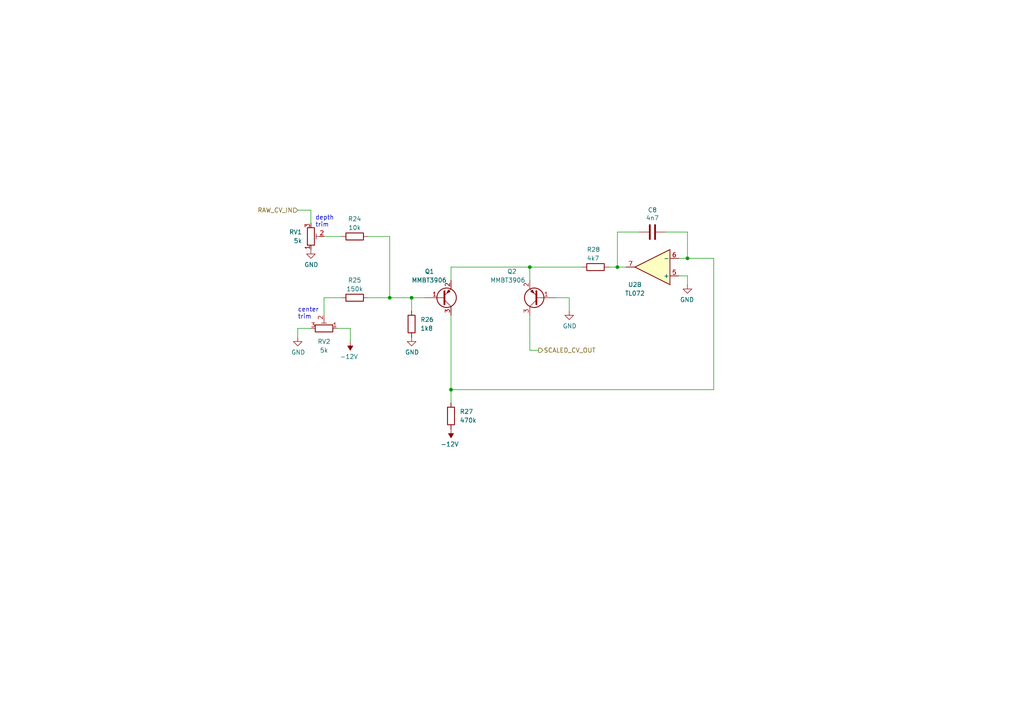
<source format=kicad_sch>
(kicad_sch (version 20211123) (generator eeschema)
  (paper "A4")
  (title_block (title "Late MS20 VCF plug-in board") (date "2022-07-29") (rev "0.1") (comment 1 "creativecommons.org/licenses/by/4.0/") (comment 2 "License: CC by 4.0") (comment 3 "Author: Jordan Aceto"))
  (lib_symbols
    (symbol "Amplifier_Operational:TL072" (pin_names (offset 0.127))
      (property "Reference" "U" (at 0 5.08 0))
      (property "Value" "TL072" (at 0 -5.08 0))
      (symbol "TL072_1_1"
        (polyline (pts (xy -5.08 5.08) (xy 5.08 0) (xy -5.08 -5.08) (xy -5.08 5.08)) (stroke (width 0.254)) (fill (type background)))
        (pin output line (at 7.62 0 180) (length 2.54) (name "~") (number "1"))
        (pin input line (at -7.62 -2.54 0) (length 2.54) (name "-") (number "2"))
        (pin input line (at -7.62 2.54 0) (length 2.54) (name "+") (number "3"))
      )
      (symbol "TL072_2_1"
        (polyline (pts (xy -5.08 5.08) (xy 5.08 0) (xy -5.08 -5.08) (xy -5.08 5.08)) (stroke (width 0.254)) (fill (type background)))
        (pin input line (at -7.62 2.54 0) (length 2.54) (name "+") (number "5"))
        (pin input line (at -7.62 -2.54 0) (length 2.54) (name "-") (number "6"))
        (pin output line (at 7.62 0 180) (length 2.54) (name "~") (number "7"))
      )
      (symbol "TL072_3_1"
        (pin power_in line (at -2.54 -7.62 90) (length 3.81) (name "V-") (number "4"))
        (pin power_in line (at -2.54 7.62 270) (length 3.81) (name "V+") (number "8"))
      )
    )
    (symbol "Device:C" (pin_numbers hide) (pin_names (offset 0.254))
      (property "Reference" "C" (at 0.635 2.54 0))
      (property "Value" "C" (at 0.635 -2.54 0))
      (symbol "C_0_1"
        (polyline (pts (xy -2.032 -0.762) (xy 2.032 -0.762)) (stroke (width 0.508)))
        (polyline (pts (xy -2.032 0.762) (xy 2.032 0.762)) (stroke (width 0.508)))
      )
      (symbol "C_1_1"
        (pin passive line (at 0 3.81 270) (length 2.794) (name "~") (number "1"))
        (pin passive line (at 0 -3.81 90) (length 2.794) (name "~") (number "2"))
      )
    )
    (symbol "Device:R" (pin_numbers hide) (pin_names (offset 0))
      (property "Reference" "R" (at 2.032 0 90))
      (property "Value" "R" (at 0 0 90))
      (symbol "R_0_1"
        (rectangle (start -1.016 -2.54) (end 1.016 2.54) (stroke (width 0.254)))
      )
      (symbol "R_1_1"
        (pin passive line (at 0 3.81 270) (length 1.27) (name "~") (number "1"))
        (pin passive line (at 0 -3.81 90) (length 1.27) (name "~") (number "2"))
      )
    )
    (symbol "Device:R_Potentiometer_Trim" (pin_names (offset 1.016) hide)
      (property "Reference" "RV" (at -4.445 0 90))
      (property "Value" "R_Potentiometer_Trim" (at -2.54 0 90))
      (symbol "R_Potentiometer_Trim_0_1"
        (polyline (pts (xy 1.524 0.762) (xy 1.524 -0.762)))
        (polyline (pts (xy 2.54 0) (xy 1.524 0)))
        (rectangle (start 1.016 2.54) (end -1.016 -2.54) (stroke (width 0.254)))
      )
      (symbol "R_Potentiometer_Trim_1_1"
        (pin passive line (at 0 3.81 270) (length 1.27) (name "1") (number "1"))
        (pin passive line (at 3.81 0 180) (length 1.27) (name "2") (number "2"))
        (pin passive line (at 0 -3.81 90) (length 1.27) (name "3") (number "3"))
      )
    )
    (symbol "Transistor_BJT:MMBT3906" (pin_names (offset 0) hide)
      (property "Reference" "Q" (at 5.08 1.905 0))
      (property "Value" "MMBT3906" (at 5.08 0 0))
      (symbol "MMBT3906_0_1"
        (polyline (pts (xy 0.635 0.635) (xy 2.54 2.54)))
        (polyline (pts (xy 0.635 -0.635) (xy 2.54 -2.54) (xy 2.54 -2.54)))
        (polyline (pts (xy 0.635 1.905) (xy 0.635 -1.905) (xy 0.635 -1.905)) (stroke (width 0.508)))
        (polyline (pts (xy 2.286 -1.778) (xy 1.778 -2.286) (xy 1.27 -1.27) (xy 2.286 -1.778) (xy 2.286 -1.778)) (fill (type outline)))
        (circle (center 1.27 0) (radius 2.8194) (stroke (width 0.254)))
      )
      (symbol "MMBT3906_1_1"
        (pin input line (at -5.08 0 0) (length 5.715) (name "B") (number "1"))
        (pin passive line (at 2.54 -5.08 90) (length 2.54) (name "E") (number "2"))
        (pin passive line (at 2.54 5.08 270) (length 2.54) (name "C") (number "3"))
      )
    )
    (symbol "power:-12V" (power) (pin_names (offset 0))
      (property "Value" "-12V" (at 0 3.81 0))
      (symbol "-12V_0_0"
        (pin power_in line (at 0 0 90) (length 0) hide (name "-12V") (number "1"))
      )
      (symbol "-12V_0_1"
        (polyline (pts (xy 0 0) (xy 0 1.27) (xy 0.762 1.27) (xy 0 2.54) (xy -0.762 1.27) (xy 0 1.27)) (fill (type outline)))
      )
    )
    (symbol "power:GND" (power) (pin_names (offset 0))
      (property "Value" "GND" (at 0 -3.81 0))
      (symbol "GND_0_1"
        (polyline (pts (xy 0 0) (xy 0 -1.27) (xy 1.27 -1.27) (xy 0 -2.54) (xy -1.27 -1.27) (xy 0 -1.27)))
      )
      (symbol "GND_1_1"
        (pin power_in line (at 0 0 270) (length 0) hide (name "GND") (number "1"))
      )
    )
  )
  (junction (at 130.81 113.03))
  (junction (at 179.07 77.47))
  (junction (at 199.39 74.93))
  (junction (at 119.38 86.36))
  (junction (at 153.67 77.47))
  (junction (at 113.03 86.36))
  (wire (pts (xy 179.07 77.47) (xy 179.07 67.31)))
  (wire (pts (xy 93.98 86.36) (xy 99.06 86.36)))
  (wire (pts (xy 196.85 74.93) (xy 199.39 74.93)))
  (wire (pts (xy 153.67 77.47) (xy 130.81 77.47)))
  (wire (pts (xy 86.36 97.79) (xy 86.36 95.25)))
  (wire (pts (xy 93.98 68.58) (xy 99.06 68.58)))
  (wire (pts (xy 165.1 90.17) (xy 165.1 86.36)))
  (wire (pts (xy 113.03 86.36) (xy 113.03 68.58)))
  (wire (pts (xy 207.01 113.03) (xy 207.01 74.93)))
  (wire (pts (xy 130.81 113.03) (xy 130.81 116.84)))
  (wire (pts (xy 113.03 86.36) (xy 119.38 86.36)))
  (wire (pts (xy 153.67 101.6) (xy 153.67 91.44)))
  (wire (pts (xy 130.81 77.47) (xy 130.81 81.28)))
  (wire (pts (xy 168.91 77.47) (xy 153.67 77.47)))
  (wire (pts (xy 101.6 99.06) (xy 101.6 95.25)))
  (wire (pts (xy 179.07 67.31) (xy 185.42 67.31)))
  (wire (pts (xy 153.67 81.28) (xy 153.67 77.47)))
  (wire (pts (xy 119.38 86.36) (xy 123.19 86.36)))
  (wire (pts (xy 199.39 67.31) (xy 199.39 74.93)))
  (wire (pts (xy 86.36 95.25) (xy 90.17 95.25)))
  (wire (pts (xy 199.39 74.93) (xy 207.01 74.93)))
  (wire (pts (xy 199.39 82.55) (xy 199.39 80.01)))
  (wire (pts (xy 130.81 91.44) (xy 130.81 113.03)))
  (wire (pts (xy 199.39 80.01) (xy 196.85 80.01)))
  (wire (pts (xy 93.98 91.44) (xy 93.98 86.36)))
  (wire (pts (xy 130.81 113.03) (xy 207.01 113.03)))
  (wire (pts (xy 101.6 95.25) (xy 97.79 95.25)))
  (wire (pts (xy 181.61 77.47) (xy 179.07 77.47)))
  (wire (pts (xy 165.1 86.36) (xy 161.29 86.36)))
  (wire (pts (xy 90.17 64.77) (xy 90.17 60.96)))
  (wire (pts (xy 119.38 90.17) (xy 119.38 86.36)))
  (wire (pts (xy 153.67 101.6) (xy 156.21 101.6)))
  (wire (pts (xy 193.04 67.31) (xy 199.39 67.31)))
  (wire (pts (xy 106.68 86.36) (xy 113.03 86.36)))
  (wire (pts (xy 113.03 68.58) (xy 106.68 68.58)))
  (wire (pts (xy 90.17 60.96) (xy 86.36 60.96)))
  (wire (pts (xy 179.07 77.47) (xy 176.53 77.47)))
  (text "center\ntrim" (at 86.36 92.71 0) (effects (font (size 1.27 1.27)) (justify left bottom)))
  (text "depth\ntrim" (at 91.44 66.04 0) (effects (font (size 1.27 1.27)) (justify left bottom)))
  (hierarchical_label "RAW_CV_IN" (shape input) (at 86.36 60.96 180))
  (hierarchical_label "SCALED_CV_OUT" (shape output) (at 156.21 101.6 0))
  (symbol (lib_id "Device:C") (at 189.23 67.31 90) (mirror x) (unit 1)
    (property "Reference" "C8" (at 189.23 60.9092 90))
    (property "Value" "4n7" (at 189.23 63.2206 90))
    (property "Footprint" "Capacitor_SMD:C_0603_1608Metric" (effects hide))
  )
  (symbol (lib_id "power:GND") (at 199.39 82.55 0) (mirror y) (unit 1)
    (property "Reference" "#PWR028" (effects hide))
    (property "Value" "GND" (at 199.263 86.9442 0))
  )
  (symbol (lib_id "Device:R") (at 130.81 120.65 0) (unit 1)
    (property "Reference" "R27" (at 133.35 119.38 0) (effects (justify left)))
    (property "Value" "470k" (at 133.35 121.92 0) (effects (justify left)))
    (property "Footprint" "Resistor_SMD:R_0603_1608Metric" (effects hide))
  )
  (symbol (lib_id "Device:R") (at 119.38 93.98 0) (unit 1)
    (property "Reference" "R26" (at 121.92 92.71 0) (effects (justify left)))
    (property "Value" "1k8" (at 121.92 95.25 0) (effects (justify left)))
    (property "Footprint" "Resistor_SMD:R_0603_1608Metric" (effects hide))
  )
  (symbol (lib_id "power:GND") (at 119.38 97.79 0) (unit 1)
    (property "Reference" "#PWR025" (effects hide))
    (property "Value" "GND" (at 119.507 102.1842 0))
  )
  (symbol (lib_id "power:-12V") (at 130.81 124.46 180) (unit 1)
    (property "Reference" "#PWR026" (effects hide))
    (property "Value" "-12V" (at 130.429 128.8542 0))
  )
  (symbol (lib_id "power:GND") (at 165.1 90.17 0) (unit 1)
    (property "Reference" "#PWR027" (effects hide))
    (property "Value" "GND" (at 165.227 94.5642 0))
  )
  (symbol (lib_id "Device:R") (at 172.72 77.47 270) (unit 1)
    (property "Reference" "R28" (at 170.18 72.39 90) (effects (justify left)))
    (property "Value" "4k7" (at 170.18 74.93 90) (effects (justify left)))
    (property "Footprint" "Resistor_SMD:R_0603_1608Metric" (effects hide))
  )
  (symbol (lib_id "Device:R") (at 102.87 68.58 270) (unit 1)
    (property "Reference" "R24" (at 102.87 63.5 90))
    (property "Value" "10k" (at 102.87 66.04 90))
    (property "Footprint" "Resistor_SMD:R_0603_1608Metric" (effects hide))
  )
  (symbol (lib_id "Amplifier_Operational:TL072") (at 189.23 77.47 180) (unit 2)
    (property "Reference" "U2" (at 184.15 82.55 0))
    (property "Value" "TL072" (at 184.15 85.09 0))
    (property "Footprint" "Package_SO:SOIC-8_3.9x4.9mm_P1.27mm" (effects hide))
    (property "Datasheet" "http://www.ti.com/lit/ds/symlink/tl071.pdf" (effects hide))
  )
  (symbol (lib_id "Device:R") (at 102.87 86.36 270) (unit 1)
    (property "Reference" "R25" (at 102.87 81.28 90))
    (property "Value" "150k" (at 102.87 83.82 90))
    (property "Footprint" "Resistor_SMD:R_0603_1608Metric" (effects hide))
  )
  (symbol (lib_id "Transistor_BJT:MMBT3906") (at 156.21 86.36 180) (unit 1)
    (property "Reference" "Q2" (at 149.86 78.74 0) (effects (justify left)))
    (property "Value" "MMBT3906" (at 152.4 81.28 0) (effects (justify left)))
    (property "Footprint" "Package_TO_SOT_SMD:SOT-23" (effects hide))
    (property "Datasheet" "https://www.onsemi.com/pub/Collateral/2N3906-D.PDF" (effects hide))
  )
  (symbol (lib_id "Transistor_BJT:MMBT3906") (at 128.27 86.36 0) (mirror x) (unit 1)
    (property "Reference" "Q1" (at 123.19 78.74 0) (effects (justify left)))
    (property "Value" "MMBT3906" (at 119.38 81.28 0) (effects (justify left)))
    (property "Footprint" "Package_TO_SOT_SMD:SOT-23" (effects hide))
    (property "Datasheet" "https://www.onsemi.com/pub/Collateral/2N3906-D.PDF" (effects hide))
  )
  (symbol (lib_id "power:GND") (at 90.17 72.39 0) (unit 1)
    (property "Reference" "#PWR023" (effects hide))
    (property "Value" "GND" (at 90.297 76.7842 0))
  )
  (symbol (lib_id "power:GND") (at 86.36 97.79 0) (unit 1)
    (property "Reference" "#PWR022" (effects hide))
    (property "Value" "GND" (at 86.487 102.1842 0))
  )
  (symbol (lib_id "power:-12V") (at 101.6 99.06 180) (unit 1)
    (property "Reference" "#PWR024" (effects hide))
    (property "Value" "-12V" (at 101.219 103.4542 0))
  )
  (symbol (lib_id "Device:R_Potentiometer_Trim") (at 93.98 95.25 270) (mirror x) (unit 1)
    (property "Reference" "RV2" (at 93.98 99.06 90))
    (property "Value" "5k" (at 93.98 101.6 90))
    (property "Footprint" "Potentiometer_THT:Potentiometer_Bourns_3296W_Vertical" (effects hide))
  )
  (symbol (lib_id "Device:R_Potentiometer_Trim") (at 90.17 68.58 0) (mirror x) (unit 1)
    (property "Reference" "RV1" (at 87.63 67.3099 0) (effects (justify right)))
    (property "Value" "5k" (at 87.63 69.8499 0) (effects (justify right)))
    (property "Footprint" "Potentiometer_THT:Potentiometer_Bourns_3296W_Vertical" (effects hide))
  )
)
</source>
